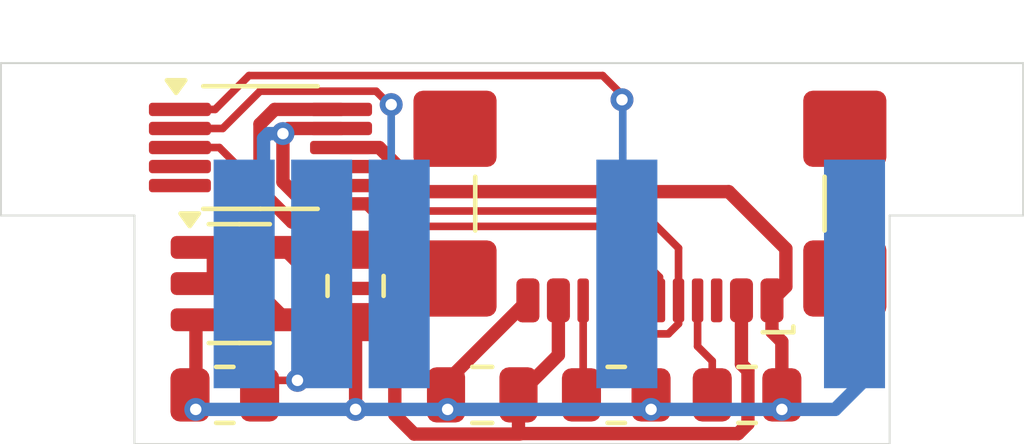
<source format=kicad_pcb>
(kicad_pcb (version 20240108) (generator "pcbnew") (generator_version "8.0")
  (layers (0 "F.Cu" signal) (31 "B.Cu" signal) (34 "B.Paste" user) (35 "F.Paste" user) (36 "B.SilkS" user "B.Silkscreen") (37 "F.SilkS" user "F.Silkscreen") (38 "B.Mask" user) (39 "F.Mask" user) (44 "Edge.Cuts" user))
  (net 0 "")
  (net 1 "Net-(U3-V33)")
  (net 2 "GND")
  (net 3 "VCC")
  (net 6 "Net-(U3-P3.6{slash}UDP)")
  (net 7 "Net-(J1-CC1)")
  (net 9 "Net-(U3-P3.7{slash}UDM)")
  (net 10 "Net-(J1-CC2)")
  (net 11 "Net-(U3-P1.6{slash}MISO{slash}RXD1{slash}TIN4)")
  (net 14 "/RXD")
  (net 15 "/RTS")
  (net 16 "/DCD")
  (footprint "Package_TO_SOT_SMD:SOT-23-5" (layer "F.Cu") (at 141.351 105.791)
    (property "Reference" "U1" (hide yes))
    (property "Value" "SN74LVC1G00DBV" (hide yes))
    (fp_line (start 0 -1.56) (end -0.8 -1.56) (stroke (width 0.12)) (layer "F.SilkS"))
    (fp_line (start 0 -1.56) (end 0.8 -1.56) (stroke (width 0.12)) (layer "F.SilkS"))
    (fp_line (start 0 1.56) (end -0.8 1.56) (stroke (width 0.12)) (layer "F.SilkS"))
    (fp_line (start 0 1.56) (end 0.8 1.56) (stroke (width 0.12)) (layer "F.SilkS"))
    (fp_poly (pts (xy -1.3 -1.51) (xy -1.54 -1.84) (xy -1.06 -1.84) (xy -1.3 -1.51)) (stroke (width 0.12)) (fill solid) (layer "F.SilkS"))
    (pad "1" smd roundrect (at -1.1375 -0.95) (size 1.325 0.6) (layers "F.Cu" "F.Paste" "F.Mask") (net 14 "/RXD"))
    (pad "2" smd roundrect (at -1.1375 0) (size 1.325 0.6) (layers "F.Cu" "F.Paste" "F.Mask") (net 14 "/RXD"))
    (pad "3" smd roundrect (at -1.1375 0.95) (size 1.325 0.6) (layers "F.Cu" "F.Paste" "F.Mask") (net 2 "GND"))
    (pad "4" smd roundrect (at 1.1375 0.95) (size 1.325 0.6) (layers "F.Cu" "F.Paste" "F.Mask") (net 11 "Net-(U3-P1.6{slash}MISO{slash}RXD1{slash}TIN4)"))
    (pad "5" smd roundrect (at 1.1375 -0.95) (size 1.325 0.6) (layers "F.Cu" "F.Paste" "F.Mask") (net 3 "VCC"))
  )
  (footprint "Connector_USB:USB_C_Receptacle_GCT_USB4110" (layer "F.Cu") (at 152.116 102.552 180)
    (property "Reference" "J1" (hide yes))
    (property "Value" "USB_C_Receptacle_USB2.0_16P" (hide yes))
    (fp_line (start 4.58 -0.435) (end 4.58 -1.845) (stroke (width 0.12)) (layer "F.SilkS"))
    (fp_line (start -2.96 -4.515) (end -3.76 -4.515) (stroke (width 0.12)) (layer "F.SilkS"))
    (fp_line (start -3.76 -4.515) (end -3.76 -4.365) (stroke (width 0.12)) (layer "F.SilkS"))
    (fp_line (start -4.58 -0.435) (end -4.58 -1.845) (stroke (width 0.12)) (layer "F.SilkS"))
    (pad "" np_thru_hole circle (at -2.89 -2.605 180) (size 0.65 0.65) (drill 0.65) (layers "*.Cu" "*.Mask" "In1.Cu" "In2.Cu" "In3.Cu" "In4.Cu" "In5.Cu" "In6.Cu" "In7.Cu" "In8.Cu" "In9.Cu" "In10.Cu" "In11.Cu" "In12.Cu" "In13.Cu" "In14.Cu" "In15.Cu" "In16.Cu" "In17.Cu" "In18.Cu" "In19.Cu" "In20.Cu" "In21.Cu" "In22.Cu" "In23.Cu" "In24.Cu" "In25.Cu" "In26.Cu" "In27.Cu" "In28.Cu" "In29.Cu" "In30.Cu"))
    (pad "" np_thru_hole circle (at 2.89 -2.605 180) (size 0.65 0.65) (drill 0.65) (layers "*.Cu" "*.Mask" "In1.Cu" "In2.Cu" "In3.Cu" "In4.Cu" "In5.Cu" "In6.Cu" "In7.Cu" "In8.Cu" "In9.Cu" "In10.Cu" "In11.Cu" "In12.Cu" "In13.Cu" "In14.Cu" "In15.Cu" "In16.Cu" "In17.Cu" "In18.Cu" "In19.Cu" "In20.Cu" "In21.Cu" "In22.Cu" "In23.Cu" "In24.Cu" "In25.Cu" "In26.Cu" "In27.Cu" "In28.Cu" "In29.Cu" "In30.Cu"))
    (pad "A1" smd roundrect (at -3.2 -3.68 180) (size 0.6 1.15) (layers "F.Cu" "F.Paste" "F.Mask") (net 2 "GND"))
    (pad "A4" smd roundrect (at -2.4 -3.68 180) (size 0.6 1.15) (layers "F.Cu" "F.Paste" "F.Mask") (net 3 "VCC"))
    (pad "A5" smd roundrect (at -1.25 -3.68 180) (size 0.3 1.15) (layers "F.Cu" "F.Paste" "F.Mask") (net 7 "Net-(J1-CC1)"))
    (pad "A6" smd roundrect (at -0.25 -3.68 180) (size 0.3 1.15) (layers "F.Cu" "F.Paste" "F.Mask") (net 6 "Net-(U3-P3.6{slash}UDP)"))
    (pad "A7" smd roundrect (at 0.25 -3.68 180) (size 0.3 1.15) (layers "F.Cu" "F.Paste" "F.Mask") (net 9 "Net-(U3-P3.7{slash}UDM)"))
    (pad "A8" smd roundrect (at 1.25 -3.68 180) (size 0.3 1.15) (layers "F.Cu" "F.Paste" "F.Mask"))
    (pad "A9" smd roundrect (at 2.4 -3.68 180) (size 0.6 1.15) (layers "F.Cu" "F.Paste" "F.Mask") (net 3 "VCC"))
    (pad "A12" smd roundrect (at 3.2 -3.68 180) (size 0.6 1.15) (layers "F.Cu" "F.Paste" "F.Mask") (net 2 "GND"))
    (pad "B1" smd roundrect (at 3.2 -3.68 180) (size 0.6 1.15) (layers "F.Cu" "F.Paste" "F.Mask") (net 2 "GND"))
    (pad "B4" smd roundrect (at 2.4 -3.68 180) (size 0.6 1.15) (layers "F.Cu" "F.Paste" "F.Mask") (net 3 "VCC"))
    (pad "B5" smd roundrect (at 1.75 -3.68 180) (size 0.3 1.15) (layers "F.Cu" "F.Paste" "F.Mask") (net 10 "Net-(J1-CC2)"))
    (pad "B6" smd roundrect (at 0.75 -3.68 180) (size 0.3 1.15) (layers "F.Cu" "F.Paste" "F.Mask") (net 6 "Net-(U3-P3.6{slash}UDP)"))
    (pad "B7" smd roundrect (at -0.75 -3.68 180) (size 0.3 1.15) (layers "F.Cu" "F.Paste" "F.Mask") (net 9 "Net-(U3-P3.7{slash}UDM)"))
    (pad "B8" smd roundrect (at -1.75 -3.68 180) (size 0.3 1.15) (layers "F.Cu" "F.Paste" "F.Mask"))
    (pad "B9" smd roundrect (at -2.4 -3.68 180) (size 0.6 1.15) (layers "F.Cu" "F.Paste" "F.Mask") (net 3 "VCC"))
    (pad "B12" smd roundrect (at -3.2 -3.68 180) (size 0.6 1.15) (layers "F.Cu" "F.Paste" "F.Mask") (net 2 "GND"))
    (pad "S1" smd roundrect (at -5.11 -3.105 180) (size 2.18 2) (layers "F.Cu" "F.Paste" "F.Mask") (roundrect_rratio 0.125))
    (pad "S1" smd roundrect (at -5.11 0.825 180) (size 2.18 2) (layers "F.Cu" "F.Paste" "F.Mask") (roundrect_rratio 0.125))
    (pad "S1" smd roundrect (at 5.11 -3.105 180) (size 2.18 2) (layers "F.Cu" "F.Paste" "F.Mask") (roundrect_rratio 0.125))
    (pad "S1" smd roundrect (at 5.11 0.825 180) (size 2.18 2) (layers "F.Cu" "F.Paste" "F.Mask") (roundrect_rratio 0.125))
  )
  (footprint "Capacitor_SMD:C_0805_2012Metric" (layer "F.Cu") (at 147.72 108.712 180)
    (property "Reference" "C4" (hide yes))
    (property "Value" "10u" (hide yes))
    (fp_line (start -0.261252 0.735) (end 0.261252 0.735) (stroke (width 0.12)) (layer "F.SilkS"))
    (fp_line (start -0.261252 -0.735) (end 0.261252 -0.735) (stroke (width 0.12)) (layer "F.SilkS"))
    (pad "1" smd roundrect (at -0.95 0 180) (size 1 1.45) (layers "F.Cu" "F.Paste" "F.Mask") (net 3 "VCC"))
    (pad "2" smd roundrect (at 0.95 0 180) (size 1 1.45) (layers "F.Cu" "F.Paste" "F.Mask") (net 2 "GND"))
  )
  (footprint "Resistor_SMD:R_0805_2012Metric" (layer "F.Cu") (at 140.97 108.712)
    (property "Reference" "R4" (hide yes))
    (property "Value" "100k" (hide yes))
    (fp_line (start -0.227064 -0.735) (end 0.227064 -0.735) (stroke (width 0.12)) (layer "F.SilkS"))
    (fp_line (start -0.227064 0.735) (end 0.227064 0.735) (stroke (width 0.12)) (layer "F.SilkS"))
    (pad "1" smd roundrect (at -0.9125 0) (size 1.025 1.4) (layers "F.Cu" "F.Paste" "F.Mask") (roundrect_rratio 0.243902) (net 2 "GND"))
    (pad "2" smd roundrect (at 0.9125 0) (size 1.025 1.4) (layers "F.Cu" "F.Paste" "F.Mask") (roundrect_rratio 0.243902) (net 14 "/RXD"))
  )
  (footprint "Capacitor_SMD:C_0805_2012Metric" (layer "F.Cu") (at 144.399 105.852 -90)
    (property "Reference" "C3" (hide yes))
    (property "Value" "100n" (hide yes))
    (fp_line (start -0.261252 0.735) (end 0.261252 0.735) (stroke (width 0.12)) (layer "F.SilkS"))
    (fp_line (start -0.261252 -0.735) (end 0.261252 -0.735) (stroke (width 0.12)) (layer "F.SilkS"))
    (pad "1" smd roundrect (at -0.95 0 270) (size 1 1.45) (layers "F.Cu" "F.Paste" "F.Mask") (net 1 "Net-(U3-V33)"))
    (pad "2" smd roundrect (at 0.95 0 270) (size 1 1.45) (layers "F.Cu" "F.Paste" "F.Mask") (net 2 "GND"))
  )
  (footprint "Package_SO:MSOP-10_3x3mm_P0.5mm" (layer "F.Cu") (at 141.9055 102.219)
    (property "Reference" "U3" (hide yes))
    (property "Value" "CH552E")
    (fp_line (start 0 -1.61) (end -1.5 -1.61) (stroke (width 0.12)) (layer "F.SilkS"))
    (fp_line (start 0 -1.61) (end 1.5 -1.61) (stroke (width 0.12)) (layer "F.SilkS"))
    (fp_line (start 0 1.61) (end -1.5 1.61) (stroke (width 0.12)) (layer "F.SilkS"))
    (fp_line (start 0 1.61) (end 1.5 1.61) (stroke (width 0.12)) (layer "F.SilkS"))
    (fp_poly (pts (xy -2.2125 -1.435) (xy -2.4525 -1.765) (xy -1.9725 -1.765) (xy -2.2125 -1.435)) (stroke (width 0.12)) (fill solid) (layer "F.SilkS"))
    (pad "1" smd roundrect (at -2.1125 -1) (size 1.625 0.35) (layers "F.Cu" "F.Paste" "F.Mask") (net 16 "/DCD"))
    (pad "2" smd roundrect (at -2.1125 -0.5) (size 1.625 0.35) (layers "F.Cu" "F.Paste" "F.Mask") (net 15 "/RTS"))
    (pad "3" smd roundrect (at -2.1125 0) (size 1.625 0.35) (layers "F.Cu" "F.Paste" "F.Mask") (net 11 "Net-(U3-P1.6{slash}MISO{slash}RXD1{slash}TIN4)"))
    (pad "4" smd roundrect (at -2.1125 0.5) (size 1.625 0.35) (layers "F.Cu" "F.Paste" "F.Mask"))
    (pad "5" smd roundrect (at -2.1125 1) (size 1.625 0.35) (layers "F.Cu" "F.Paste" "F.Mask"))
    (pad "6" smd roundrect (at 2.1125 1) (size 1.625 0.35) (layers "F.Cu" "F.Paste" "F.Mask") (net 6 "Net-(U3-P3.6{slash}UDP)"))
    (pad "7" smd roundrect (at 2.1125 0.5) (size 1.625 0.35) (layers "F.Cu" "F.Paste" "F.Mask") (net 9 "Net-(U3-P3.7{slash}UDM)"))
    (pad "8" smd roundrect (at 2.1125 0) (size 1.625 0.35) (layers "F.Cu" "F.Paste" "F.Mask") (net 2 "GND"))
    (pad "9" smd roundrect (at 2.1125 -0.5) (size 1.625 0.35) (layers "F.Cu" "F.Paste" "F.Mask") (net 3 "VCC"))
    (pad "10" smd roundrect (at 2.1125 -1) (size 1.625 0.35) (layers "F.Cu" "F.Paste" "F.Mask") (net 1 "Net-(U3-V33)"))
  )
  (footprint "Resistor_SMD:R_0805_2012Metric" (layer "F.Cu") (at 154.6625 108.712)
    (property "Reference" "R2" (hide yes))
    (property "Value" "5k1" (hide yes))
    (fp_line (start -0.227064 -0.735) (end 0.227064 -0.735) (stroke (width 0.12)) (layer "F.SilkS"))
    (fp_line (start -0.227064 0.735) (end 0.227064 0.735) (stroke (width 0.12)) (layer "F.SilkS"))
    (pad "1" smd roundrect (at -0.9125 0) (size 1.025 1.4) (layers "F.Cu" "F.Paste" "F.Mask") (roundrect_rratio 0.243902) (net 7 "Net-(J1-CC1)"))
    (pad "2" smd roundrect (at 0.9125 0) (size 1.025 1.4) (layers "F.Cu" "F.Paste" "F.Mask") (roundrect_rratio 0.243902) (net 2 "GND"))
  )
  (footprint "Resistor_SMD:R_0805_2012Metric" (layer "F.Cu") (at 151.2335 108.712)
    (property "Reference" "R3" (hide yes))
    (property "Value" "5k1" (hide yes))
    (fp_line (start -0.227064 -0.735) (end 0.227064 -0.735) (stroke (width 0.12)) (layer "F.SilkS"))
    (fp_line (start -0.227064 0.735) (end 0.227064 0.735) (stroke (width 0.12)) (layer "F.SilkS"))
    (pad "1" smd roundrect (at -0.9125 0) (size 1.025 1.4) (layers "F.Cu" "F.Paste" "F.Mask") (roundrect_rratio 0.243902) (net 10 "Net-(J1-CC2)"))
    (pad "2" smd roundrect (at 0.9125 0) (size 1.025 1.4) (layers "F.Cu" "F.Paste" "F.Mask") (roundrect_rratio 0.243902) (net 2 "GND"))
  )
  (footprint "TestPoint:TestPoint_Pad_1.5x1.5mm" (layer "B.Cu") (at 141.478 105.537 180)
    (property "Reference" "TP4" (hide yes))
    (property "Value" "VCC" (hide yes))
    (pad "1" smd rect (at 0 0 180) (size 1.6 6) (layers "B.Cu" "B.Mask") (net 3 "VCC"))
  )
  (footprint "TestPoint:TestPoint_Pad_1.5x1.5mm" (layer "B.Cu") (at 143.51 105.537 180)
    (property "Reference" "TP3" (hide yes))
    (property "Value" "RXD" (hide yes))
    (pad "1" smd rect (at 0 0 180) (size 1.6 6) (layers "B.Cu" "B.Mask") (net 14 "/RXD"))
  )
  (footprint "TestPoint:TestPoint_Pad_1.5x1.5mm" (layer "B.Cu") (at 151.511 105.537 180)
    (property "Reference" "TP1" (hide yes))
    (property "Value" "DCD" (hide yes))
    (pad "1" smd rect (at 0 0 180) (size 1.6 6) (layers "B.Cu" "B.Mask") (net 16 "/DCD"))
  )
  (footprint "TestPoint:TestPoint_Pad_1.5x1.5mm" (layer "B.Cu") (at 157.48 105.537 180)
    (property "Reference" "TP5" (hide yes))
    (property "Value" "GND" (hide yes))
    (pad "1" smd rect (at 0 0 180) (size 1.6 6) (layers "B.Cu" "B.Mask") (net 2 "GND"))
  )
  (footprint "TestPoint:TestPoint_Pad_1.5x1.5mm" (layer "B.Cu") (at 145.542 105.537 180)
    (property "Reference" "TP2" (hide yes))
    (property "Value" "RTS" (hide yes))
    (pad "1" smd rect (at 0 0 180) (size 1.6 6) (layers "B.Cu" "B.Mask") (net 15 "/RTS"))
  )
  (gr_line (start 158.4011 104.0036) (end 158.4011 110.0036) (stroke (width 0.05)) (layer "Edge.Cuts"))
  (gr_line (start 161.9011 104.0036) (end 161.9011 100.0036) (stroke (width 0.05)) (layer "Edge.Cuts"))
  (gr_line (start 161.9011 100.0036) (end 135.1011 100.0036) (stroke (width 0.05)) (layer "Edge.Cuts"))
  (gr_line (start 158.4011 104.0036) (end 161.9011 104.0036) (stroke (width 0.05)) (layer "Edge.Cuts"))
  (gr_line (start 138.6011 110.0036) (end 158.4011 110.0036) (stroke (width 0.05)) (layer "Edge.Cuts"))
  (gr_line (start 138.6011 104.0036) (end 135.1011 104.0036) (stroke (width 0.05)) (layer "Edge.Cuts"))
  (gr_line (start 135.1011 104.0036) (end 135.1011 100.0036) (stroke (width 0.05)) (layer "Edge.Cuts"))
  (gr_line (start 138.6011 104.0036) (end 138.6011 110.0036) (stroke (width 0.05)) (layer "Edge.Cuts"))
  (segment (start 144.018 101.219) (end 142.277643 101.219) (width 0.35) (layer "F.Cu") (net 1))
  (segment (start 141.892 101.604643) (end 141.892 103.3348) (width 0.35) (layer "F.Cu") (net 1))
  (segment (start 142.277643 101.219) (end 141.892 101.604643) (width 0.35) (layer "F.Cu") (net 1))
  (segment (start 141.892 103.3348) (end 142.7314 104.1742) (width 0.35) (layer "F.Cu") (net 1))
  (segment (start 142.7314 104.1742) (end 143.1378 104.1742) (width 0.35) (layer "F.Cu") (net 1))
  (segment (start 143.1378 104.1742) (end 143.7386 104.775) (width 0.35) (layer "F.Cu") (net 1))
  (segment (start 143.7386 104.775) (end 144.399 104.775) (width 0.35) (layer "F.Cu") (net 1))
  (segment (start 155.575 108.712) (end 155.575 109.093) (width 0.2) (layer "F.Cu") (net 2))
  (segment (start 155.681 105.867) (end 155.316 106.232) (width 0.35) (layer "F.Cu") (net 2))
  (segment (start 140.0575 108.712) (end 140.0575 108.9425) (width 0.2) (layer "F.Cu") (net 2))
  (segment (start 144.018 102.219) (end 145.018 102.219) (width 0.35) (layer "F.Cu") (net 2))
  (segment (start 140.0575 108.9425) (end 140.208 109.093) (width 0.2) (layer "F.Cu") (net 2))
  (segment (start 154.181594 103.378) (end 155.681 104.877406) (width 0.35) (layer "F.Cu") (net 2))
  (segment (start 140.0575 108.712) (end 139.954 108.712) (width 0.2) (layer "F.Cu") (net 2))
  (segment (start 144.399 106.675) (end 144.399 109.093) (width 0.35) (layer "F.Cu") (net 2))
  (segment (start 140.2135 108.556) (end 140.0575 108.712) (width 0.2) (layer "F.Cu") (net 2))
  (segment (start 155.316 107.056) (end 155.316 106.232) (width 0.35) (layer "F.Cu") (net 2))
  (segment (start 140.2135 106.741) (end 140.2135 108.556) (width 0.35) (layer "F.Cu") (net 2))
  (segment (start 152.146 109.093) (end 152.146 108.712) (width 0.2) (layer "F.Cu") (net 2))
  (segment (start 146.77 109.051) (end 146.77 108.712) (width 0.2) (layer "F.Cu") (net 2))
  (segment (start 148.916 106.232) (end 146.77 108.378) (width 0.35) (layer "F.Cu") (net 2))
  (segment (start 155.575 107.315) (end 155.316 107.056) (width 0.35) (layer "F.Cu") (net 2))
  (segment (start 145.018 102.219) (end 146.177 103.378) (width 0.35) (layer "F.Cu") (net 2))
  (segment (start 146.177 103.378) (end 154.181594 103.378) (width 0.35) (layer "F.Cu") (net 2))
  (segment (start 146.77 108.378) (end 146.77 108.712) (width 0.2) (layer "F.Cu") (net 2))
  (segment (start 155.575 107.315) (end 155.575 108.712) (width 0.35) (layer "F.Cu") (net 2))
  (segment (start 155.681 104.877406) (end 155.681 105.867) (width 0.35) (layer "F.Cu") (net 2))
  (segment (start 146.77 109.051) (end 146.812 109.093) (width 0.2) (layer "F.Cu") (net 2))
  (via (at 140.208 109.093) (size 0.6) (drill 0.3) (layers "F.Cu" "B.Cu") (net 2))
  (via (at 146.812 109.093) (size 0.6) (drill 0.3) (layers "F.Cu" "B.Cu") (net 2))
  (via (at 144.399 109.093) (size 0.6) (drill 0.3) (layers "F.Cu" "B.Cu") (net 2))
  (via (at 152.146 109.093) (size 0.6) (drill 0.3) (layers "F.Cu" "B.Cu") (net 2))
  (via (at 155.575 109.093) (size 0.6) (drill 0.3) (layers "F.Cu" "B.Cu") (net 2))
  (segment (start 156.972 109.093) (end 157.734 108.331) (width 0.35) (layer "B.Cu") (net 2))
  (segment (start 140.208 109.093) (end 140.081 108.966) (width 0.2) (layer "B.Cu") (net 2))
  (segment (start 152.654 109.093) (end 155.575 109.093) (width 0.35) (layer "B.Cu") (net 2))
  (segment (start 152.527 109.093) (end 152.654 109.093) (width 0.2) (layer "B.Cu") (net 2))
  (segment (start 146.812 109.093) (end 142.367 109.093) (width 0.35) (layer "B.Cu") (net 2))
  (segment (start 155.575 109.093) (end 156.972 109.093) (width 0.35) (layer "B.Cu") (net 2))
  (segment (start 142.367 109.093) (end 140.208 109.093) (width 0.35) (layer "B.Cu") (net 2))
  (segment (start 152.146 109.093) (end 146.812 109.093) (width 0.35) (layer "B.Cu") (net 2))
  (segment (start 152.654 109.093) (end 152.146 109.093) (width 0.35) (layer "B.Cu") (net 2))
  (segment (start 143.0672 103.6972) (end 142.494 103.124) (width 0.35) (layer "F.Cu") (net 3))
  (segment (start 154.516 107.907) (end 154.686 108.077) (width 0.35) (layer "F.Cu") (net 3))
  (segment (start 154.42937 109.728) (end 154.686 109.47137) (width 0.35) (layer "F.Cu") (net 3))
  (segment (start 148.717 109.728) (end 148.7048 109.7402) (width 0.2) (layer "F.Cu") (net 3))
  (segment (start 148.7048 109.7402) (end 145.9352 109.7402) (width 0.35) (layer "F.Cu") (net 3))
  (segment (start 149.716 106.232) (end 149.716 107.666) (width 0.35) (layer "F.Cu") (net 3))
  (segment (start 154.686 106.402) (end 154.516 106.232) (width 0.2) (layer "F.Cu") (net 3))
  (segment (start 145.4272 106.299) (end 145.4272 105.918) (width 0.35) (layer "F.Cu") (net 3))
  (segment (start 145.4272 105.918) (end 145.4272 104.4062) (width 0.35) (layer "F.Cu") (net 3))
  (segment (start 149.716 107.666) (end 148.67 108.712) (width 0.35) (layer "F.Cu") (net 3))
  (segment (start 142.494 103.124) (end 142.494 101.854) (width 0.35) (layer "F.Cu") (net 3))
  (segment (start 148.717 109.728) (end 154.42937 109.728) (width 0.35) (layer "F.Cu") (net 3))
  (segment (start 144.7182 103.6972) (end 143.0672 103.6972) (width 0.35) (layer "F.Cu") (net 3))
  (segment (start 145.4272 109.2322) (end 145.4272 106.299) (width 0.35) (layer "F.Cu") (net 3))
  (segment (start 145.4272 104.4062) (end 144.7182 103.6972) (width 0.35) (layer "F.Cu") (net 3))
  (segment (start 154.686 108.077) (end 154.686 109.47137) (width 0.35) (layer "F.Cu") (net 3))
  (segment (start 142.4885 104.841) (end 142.174 104.841) (width 0.2) (layer "F.Cu") (net 3))
  (segment (start 154.516 106.232) (end 154.516 107.907) (width 0.35) (layer "F.Cu") (net 3))
  (segment (start 145.4272 105.918) (end 143.5655 105.918) (width 0.35) (layer "F.Cu") (net 3))
  (segment (start 142.494 101.854) (end 142.629 101.719) (width 0.2) (layer "F.Cu") (net 3))
  (segment (start 148.67 108.712) (end 148.67 109.681) (width 0.35) (layer "F.Cu") (net 3))
  (segment (start 142.629 101.719) (end 144.018 101.719) (width 0.35) (layer "F.Cu") (net 3))
  (segment (start 148.67 109.681) (end 148.717 109.728) (width 0.2) (layer "F.Cu") (net 3))
  (segment (start 145.9352 109.7402) (end 145.4272 109.2322) (width 0.35) (layer "F.Cu") (net 3))
  (segment (start 143.5655 105.918) (end 142.4885 104.841) (width 0.35) (layer "F.Cu") (net 3))
  (via (at 142.494 101.854) (size 0.6) (drill 0.3) (layers "F.Cu" "B.Cu") (net 3))
  (segment (start 141.986 105.029) (end 141.478 105.537) (width 0.2) (layer "B.Cu") (net 3))
  (segment (start 141.986 101.981) (end 141.986 105.029) (width 0.35) (layer "B.Cu") (net 3))
  (segment (start 142.494 101.854) (end 142.113 101.854) (width 0.35) (layer "B.Cu") (net 3))
  (segment (start 142.113 101.854) (end 141.986 101.981) (width 0.35) (layer "B.Cu") (net 3))
  (segment (start 142.494 101.854) (end 142.494 101.981) (width 0.2) (layer "B.Cu") (net 3))
  (segment (start 152.366 105.620066) (end 152.366 106.232) (width 0.2) (layer "F.Cu") (net 6))
  (segment (start 151.366 106.232) (end 151.366 105.555) (width 0.2) (layer "F.Cu") (net 6))
  (segment (start 151.384 105.283) (end 151.384 105.537) (width 0.2) (layer "F.Cu") (net 6))
  (segment (start 145.880411 104.2892) (end 151.0252 104.2892) (width 0.2) (layer "F.Cu") (net 6))
  (segment (start 151.384 104.648) (end 151.384 105.283) (width 0.2) (layer "F.Cu") (net 6))
  (segment (start 152.028934 105.283) (end 152.366 105.620066) (width 0.2) (layer "F.Cu") (net 6))
  (segment (start 144.018 103.219) (end 144.810211 103.219) (width 0.2) (layer "F.Cu") (net 6))
  (segment (start 144.810211 103.219) (end 145.880411 104.2892) (width 0.2) (layer "F.Cu") (net 6))
  (segment (start 151.0252 104.2892) (end 151.384 104.648) (width 0.2) (layer "F.Cu") (net 6))
  (segment (start 151.384 105.537) (end 151.366 105.555) (width 0.2) (layer "F.Cu") (net 6))
  (segment (start 152.028934 105.283) (end 151.384 105.283) (width 0.2) (layer "F.Cu") (net 6))
  (segment (start 153.366 107.439) (end 153.75 107.823) (width 0.2) (layer "F.Cu") (net 7))
  (segment (start 153.75 107.823) (end 153.75 108.712) (width 0.2) (layer "F.Cu") (net 7))
  (segment (start 153.366 106.232) (end 153.366 107.439) (width 0.2) (layer "F.Cu") (net 7))
  (segment (start 151.892 103.886) (end 152.866 104.86) (width 0.2) (layer "F.Cu") (net 9))
  (segment (start 146.11479 103.886) (end 151.892 103.886) (width 0.2) (layer "F.Cu") (net 9))
  (segment (start 144.94779 102.719) (end 146.11479 103.886) (width 0.2) (layer "F.Cu") (net 9))
  (segment (start 152.132266 107.1102) (end 152.599734 107.1102) (width 0.2) (layer "F.Cu") (net 9))
  (segment (start 144.018 102.719) (end 144.94779 102.719) (width 0.2) (layer "F.Cu") (net 9))
  (segment (start 151.866 106.232) (end 151.866 106.843934) (width 0.2) (layer "F.Cu") (net 9))
  (segment (start 152.866 104.86) (end 152.866 106.232) (width 0.2) (layer "F.Cu") (net 9))
  (segment (start 152.599734 107.1102) (end 152.866 106.843934) (width 0.2) (layer "F.Cu") (net 9))
  (segment (start 152.866 106.843934) (end 152.866 106.232) (width 0.2) (layer "F.Cu") (net 9))
  (segment (start 151.866 106.843934) (end 152.132266 107.1102) (width 0.2) (layer "F.Cu") (net 9))
  (segment (start 150.366 106.232) (end 150.366 108.667) (width 0.2) (layer "F.Cu") (net 10))
  (segment (start 150.366 108.667) (end 150.321 108.712) (width 0.2) (layer "F.Cu") (net 10))
  (segment (start 150.321 108.331) (end 150.321 108.712) (width 0.2) (layer "F.Cu") (net 10))
  (segment (start 141.224 105.283) (end 142.682 106.741) (width 0.2) (layer "F.Cu") (net 11))
  (segment (start 139.793 102.219) (end 140.827 102.219) (width 0.2) (layer "F.Cu") (net 11))
  (segment (start 142.682 106.741) (end 142.8695 106.741) (width 0.2) (layer "F.Cu") (net 11))
  (segment (start 141.224 102.616) (end 141.224 105.283) (width 0.2) (layer "F.Cu") (net 11))
  (segment (start 140.827 102.219) (end 141.224 102.616) (width 0.2) (layer "F.Cu") (net 11))
  (segment (start 140.5945 105.791) (end 140.5945 104.841) (width 0.2) (layer "F.Cu") (net 14))
  (segment (start 139.7 105.791) (end 140.5945 105.791) (width 0.2) (layer "F.Cu") (net 14))
  (segment (start 140.2135 105.791) (end 140.571078 105.791) (width 0.2) (layer "F.Cu") (net 14))
  (segment (start 141.5228 106.742722) (end 141.5228 108.3523) (width 0.2) (layer "F.Cu") (net 14))
  (segment (start 140.571078 105.791) (end 141.5228 106.742722) (width 0.2) (layer "F.Cu") (net 14))
  (segment (start 141.5228 108.3523) (end 141.8825 108.712) (width 0.2) (layer "F.Cu") (net 14))
  (segment (start 141.8825 108.712) (end 142.2635 108.331) (width 0.2) (layer "F.Cu") (net 14))
  (segment (start 142.2635 108.331) (end 142.875 108.331) (width 0.2) (layer "F.Cu") (net 14))
  (via (at 142.875 108.331) (size 0.6) (drill 0.3) (layers "F.Cu" "B.Cu") (net 14))
  (segment (start 144.9368 100.7408) (end 141.8927 100.7408) (width 0.2) (layer "F.Cu") (net 15))
  (segment (start 145.288 101.092) (end 144.9368 100.7408) (width 0.2) (layer "F.Cu") (net 15))
  (segment (start 145.332205 101.092) (end 145.288 101.092) (width 0.2) (layer "F.Cu") (net 15))
  (segment (start 140.9145 101.719) (end 139.793 101.719) (width 0.2) (layer "F.Cu") (net 15))
  (segment (start 141.8927 100.7408) (end 140.9145 101.719) (width 0.2) (layer "F.Cu") (net 15))
  (segment (start 145.332786 101.092581) (end 145.332205 101.092) (width 0.2) (layer "F.Cu") (net 15))
  (via (at 145.332786 101.092581) (size 0.6) (drill 0.3) (layers "F.Cu" "B.Cu") (net 15))
  (segment (start 145.332786 101.092581) (end 145.332786 105.327786) (width 0.2) (layer "B.Cu") (net 15))
  (segment (start 145.332786 105.327786) (end 145.542 105.537) (width 0.2) (layer "B.Cu") (net 15))
  (segment (start 145.4785 105.4735) (end 145.542 105.537) (width 0.2) (layer "B.Cu") (net 15))
  (segment (start 140.716 101.219) (end 139.793 101.219) (width 0.2) (layer "F.Cu") (net 16))
  (segment (start 151.384 100.838) (end 150.876 100.33) (width 0.2) (layer "F.Cu") (net 16))
  (segment (start 150.876 100.33) (end 141.605 100.33) (width 0.2) (layer "F.Cu") (net 16))
  (segment (start 151.384 100.965) (end 151.384 100.838) (width 0.2) (layer "F.Cu") (net 16))
  (segment (start 141.605 100.33) (end 140.716 101.219) (width 0.2) (layer "F.Cu") (net 16))
  (via (at 151.384 100.965) (size 0.6) (drill 0.3) (layers "F.Cu" "B.Cu") (net 16))
  (segment (start 151.403559 102.362) (end 151.403559 102.762559) (width 0.2) (layer "B.Cu") (net 16))
  (segment (start 151.384 100.965) (end 151.403559 100.984559) (width 0.2) (layer "B.Cu") (net 16))
  (segment (start 151.403559 102.762559) (end 151.511 102.87) (width 0.2) (layer "B.Cu") (net 16))
  (segment (start 151.403559 100.984559) (end 151.403559 102.362) (width 0.2) (layer "B.Cu") (net 16))
)
</source>
